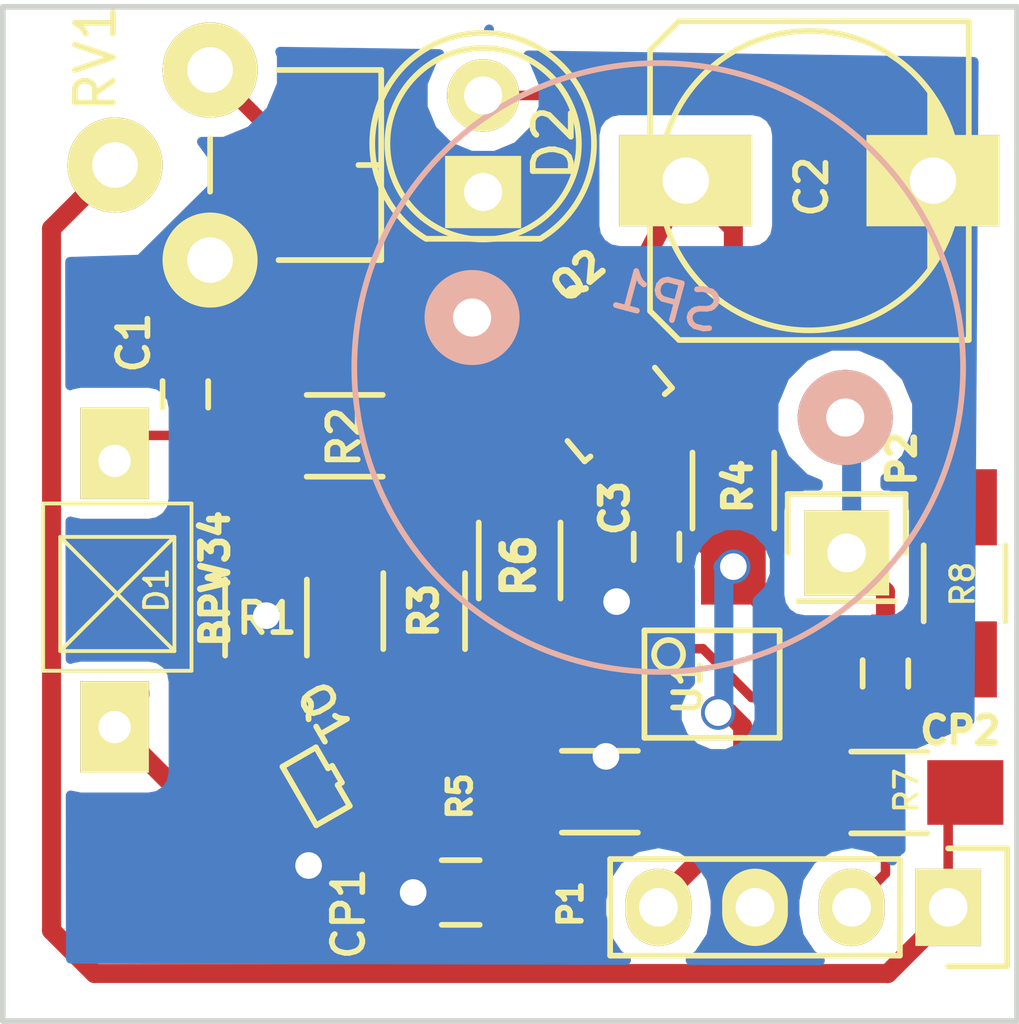
<source format=kicad_pcb>
(kicad_pcb (version 4) (host pcbnew 4.0.0-rc1-stable)

  (general
    (links 40)
    (no_connects 0)
    (area 163.754999 99.735 190.928334 143.705)
    (thickness 1.6)
    (drawings 4)
    (tracks 112)
    (zones 0)
    (modules 22)
    (nets 15)
  )

  (page A4)
  (layers
    (0 F.Cu signal)
    (31 B.Cu signal hide)
    (32 B.Adhes user hide)
    (33 F.Adhes user hide)
    (34 B.Paste user hide)
    (35 F.Paste user hide)
    (36 B.SilkS user hide)
    (37 F.SilkS user)
    (38 B.Mask user hide)
    (39 F.Mask user hide)
    (40 Dwgs.User user hide)
    (41 Cmts.User user hide)
    (42 Eco1.User user)
    (43 Eco2.User user)
    (44 Edge.Cuts user)
    (45 Margin user hide)
    (46 B.CrtYd user hide)
    (47 F.CrtYd user)
    (48 B.Fab user hide)
    (49 F.Fab user hide)
  )

  (setup
    (last_trace_width 0.25)
    (user_trace_width 0.5)
    (trace_clearance 0.2)
    (zone_clearance 0.508)
    (zone_45_only no)
    (trace_min 0.2)
    (segment_width 0.2)
    (edge_width 0.15)
    (via_size 0.6)
    (via_drill 0.4)
    (via_min_size 0.4)
    (via_min_drill 0.3)
    (uvia_size 0.3)
    (uvia_drill 0.1)
    (uvias_allowed no)
    (uvia_min_size 0.2)
    (uvia_min_drill 0.1)
    (pcb_text_width 0.3)
    (pcb_text_size 1.5 1.5)
    (mod_edge_width 0.15)
    (mod_text_size 1 1)
    (mod_text_width 0.15)
    (pad_size 3.50012 2.4003)
    (pad_drill 1.2192)
    (pad_to_mask_clearance 0.2)
    (aux_axis_origin 0 0)
    (visible_elements FFFFFFFF)
    (pcbplotparams
      (layerselection 0x010f0_80000001)
      (usegerberextensions false)
      (excludeedgelayer true)
      (linewidth 0.100000)
      (plotframeref false)
      (viasonmask false)
      (mode 1)
      (useauxorigin false)
      (hpglpennumber 1)
      (hpglpenspeed 20)
      (hpglpendiameter 15)
      (hpglpenoverlay 2)
      (psnegative false)
      (psa4output false)
      (plotreference true)
      (plotvalue true)
      (plotinvisibletext false)
      (padsonsilk false)
      (subtractmaskfromsilk false)
      (outputformat 1)
      (mirror false)
      (drillshape 0)
      (scaleselection 1)
      (outputdirectory out_april_4/))
  )

  (net 0 "")
  (net 1 GND)
  (net 2 "Net-(C1-Pad1)")
  (net 3 +9V)
  (net 4 "Net-(D1-Pad2)")
  (net 5 "Net-(D2-Pad2)")
  (net 6 /AMP2_FEEDBACK)
  (net 7 /AMP2_OUT)
  (net 8 /AMP1_FEEDBACK_SMOOTHING)
  (net 9 /OPTO_PWR_FILTER)
  (net 10 /AMP2_BIAS)
  (net 11 /FET_OUT)
  (net 12 /AMP1_OUT)
  (net 13 /AMP1_FEEDBACK)
  (net 14 "Net-(Q2-Pad2)")

  (net_class Default "This is the default net class."
    (clearance 0.2)
    (trace_width 0.25)
    (via_dia 0.6)
    (via_drill 0.4)
    (uvia_dia 0.3)
    (uvia_drill 0.1)
    (add_net /AMP1_FEEDBACK)
    (add_net /AMP1_FEEDBACK_SMOOTHING)
    (add_net /AMP1_OUT)
    (add_net /AMP2_BIAS)
    (add_net /AMP2_FEEDBACK)
    (add_net /FET_OUT)
    (add_net /OPTO_PWR_FILTER)
    (add_net "Net-(C1-Pad1)")
    (add_net "Net-(D1-Pad2)")
    (add_net "Net-(D2-Pad2)")
    (add_net "Net-(Q2-Pad2)")
  )

  (net_class power ""
    (clearance 0.1)
    (trace_width 0.4)
    (via_dia 0.9)
    (via_drill 0.7)
    (uvia_dia 0.3)
    (uvia_drill 0.1)
    (add_net +9V)
    (add_net /AMP2_OUT)
    (add_net GND)
  )

  (module TO_SOT_Packages_SMD:SOT-23_Handsoldering (layer F.Cu) (tedit 57035C98) (tstamp 561F6855)
    (at 179.86 124.79 220)
    (descr "SOT-23, Handsoldering")
    (tags SOT-23)
    (path /561CA869)
    (attr smd)
    (fp_text reference Q2 (at -1.508894 3.198381 400) (layer F.SilkS)
      (effects (font (size 0.7 0.7) (thickness 0.175)))
    )
    (fp_text value 2N3904 (at 2.15 -0.03 310) (layer F.Fab)
      (effects (font (size 0.8 1) (thickness 0.15)))
    )
    (fp_line (start -1.49982 0.0508) (end -1.49982 -0.65024) (layer F.SilkS) (width 0.15))
    (fp_line (start -1.49982 -0.65024) (end -1.2509 -0.65024) (layer F.SilkS) (width 0.15))
    (fp_line (start 1.29916 -0.65024) (end 1.49982 -0.65024) (layer F.SilkS) (width 0.15))
    (fp_line (start 1.49982 -0.65024) (end 1.49982 0.0508) (layer F.SilkS) (width 0.15))
    (pad 1 smd rect (at -0.95 1.50114 220) (size 0.8001 1.80086) (layers F.Cu F.Paste F.Mask)
      (net 9 /OPTO_PWR_FILTER))
    (pad 2 smd rect (at 0.95 1.50114 220) (size 0.8001 1.80086) (layers F.Cu F.Paste F.Mask)
      (net 14 "Net-(Q2-Pad2)"))
    (pad 3 smd rect (at 0 -1.50114 220) (size 0.8001 1.80086) (layers F.Cu F.Paste F.Mask)
      (net 3 +9V))
    (model TO_SOT_Packages_SMD.3dshapes/SOT-23_Handsoldering.wrl
      (at (xyz 0 0 0))
      (scale (xyz 1 1 1))
      (rotate (xyz 0 0 0))
    )
  )

  (module nmz787_kicad_libs:SSOP-8 (layer F.Cu) (tedit 565E9C56) (tstamp 561F689E)
    (at 182.48 133.11 270)
    (path /561CA59A)
    (attr smd)
    (fp_text reference U1 (at -0.92 0.64 270) (layer F.SilkS)
      (effects (font (size 0.7 0.7) (thickness 0.15)))
    )
    (fp_text value LM358 (at -1.04 0.82 270) (layer B.Fab)
      (effects (font (size 0.8 0.8) (thickness 0.15)) (justify mirror))
    )
    (fp_line (start -2.413 -1.778) (end 0.413 -1.778) (layer F.SilkS) (width 0.15))
    (fp_line (start 0.413 -1.778) (end 0.413 1.778) (layer F.SilkS) (width 0.15))
    (fp_line (start 0.413 1.778) (end -2.413 1.778) (layer F.SilkS) (width 0.15))
    (fp_line (start -2.413 1.778) (end -2.413 -1.778) (layer F.SilkS) (width 0.15))
    (fp_circle (center -1.778 1.143) (end -2.159 1.143) (layer F.SilkS) (width 0.15))
    (pad 1 smd rect (at -1.9304 2.794 270) (size 0.4318 1.397) (layers F.Cu F.Paste F.Mask)
      (net 12 /AMP1_OUT))
    (pad 2 smd rect (at -1.2954 2.794 270) (size 0.4318 1.397) (layers F.Cu F.Paste F.Mask)
      (net 13 /AMP1_FEEDBACK))
    (pad 3 smd rect (at -0.635 2.794 270) (size 0.4318 1.397) (layers F.Cu F.Paste F.Mask)
      (net 11 /FET_OUT))
    (pad 4 smd rect (at 0 2.794 270) (size 0.4318 1.397) (layers F.Cu F.Paste F.Mask)
      (net 1 GND))
    (pad 5 smd rect (at 0 -2.794 270) (size 0.4318 1.397) (layers F.Cu F.Paste F.Mask)
      (net 6 /AMP2_FEEDBACK))
    (pad 6 smd rect (at -0.6477 -2.794 270) (size 0.4318 1.397) (layers F.Cu F.Paste F.Mask)
      (net 12 /AMP1_OUT))
    (pad 7 smd rect (at -1.2954 -2.794 270) (size 0.4318 1.397) (layers F.Cu F.Paste F.Mask)
      (net 7 /AMP2_OUT))
    (pad 8 smd rect (at -1.9431 -2.794 270) (size 0.4318 1.397) (layers F.Cu F.Paste F.Mask)
      (net 3 +9V))
    (model SMD_Packages.3dshapes/SSOP-14.wrl
      (at (xyz 0 0 0))
      (scale (xyz 0.25 0.35 0.25))
      (rotate (xyz 0 0 0))
    )
  )

  (module Capacitors_SMD:C_0603_HandSoldering (layer F.Cu) (tedit 5620C6C8) (tstamp 561F6823)
    (at 187.04 131.83 90)
    (descr "Capacitor SMD 0603, hand soldering")
    (tags "capacitor 0603")
    (path /561CB5F4)
    (attr smd)
    (fp_text reference CP2 (at -1.5 1.97 180) (layer F.SilkS)
      (effects (font (size 0.7 0.7) (thickness 0.175)))
    )
    (fp_text value 10nF (at -1.44 1.96 180) (layer F.Fab)
      (effects (font (size 0.6 0.6) (thickness 0.15)))
    )
    (fp_line (start -1.85 -0.75) (end 1.85 -0.75) (layer F.CrtYd) (width 0.05))
    (fp_line (start -1.85 0.75) (end 1.85 0.75) (layer F.CrtYd) (width 0.05))
    (fp_line (start -1.85 -0.75) (end -1.85 0.75) (layer F.CrtYd) (width 0.05))
    (fp_line (start 1.85 -0.75) (end 1.85 0.75) (layer F.CrtYd) (width 0.05))
    (fp_line (start -0.35 -0.6) (end 0.35 -0.6) (layer F.SilkS) (width 0.15))
    (fp_line (start 0.35 0.6) (end -0.35 0.6) (layer F.SilkS) (width 0.15))
    (pad 1 smd rect (at -0.95 0 90) (size 1.2 0.75) (layers F.Cu F.Paste F.Mask)
      (net 6 /AMP2_FEEDBACK))
    (pad 2 smd rect (at 0.95 0 90) (size 1.2 0.75) (layers F.Cu F.Paste F.Mask)
      (net 7 /AMP2_OUT))
    (model Capacitors_SMD.3dshapes/C_0603_HandSoldering.wrl
      (at (xyz 0 0 0))
      (scale (xyz 1 1 1))
      (rotate (xyz 0 0 0))
    )
  )

  (module Capacitors_SMD:C_0805_HandSoldering (layer F.Cu) (tedit 56209CC6) (tstamp 561F6829)
    (at 175.87 137.59 180)
    (descr "Capacitor SMD 0805, hand soldering")
    (tags "capacitor 0805")
    (path /561CB438)
    (attr smd)
    (fp_text reference CP1 (at 2.95 -0.56 450) (layer F.SilkS)
      (effects (font (size 0.8 0.8) (thickness 0.15)))
    )
    (fp_text value 20nF (at 2.75 0 270) (layer F.Fab)
      (effects (font (size 0.6 0.6) (thickness 0.1)))
    )
    (fp_line (start -2.3 -1) (end 2.3 -1) (layer F.CrtYd) (width 0.05))
    (fp_line (start -2.3 1) (end 2.3 1) (layer F.CrtYd) (width 0.05))
    (fp_line (start -2.3 -1) (end -2.3 1) (layer F.CrtYd) (width 0.05))
    (fp_line (start 2.3 -1) (end 2.3 1) (layer F.CrtYd) (width 0.05))
    (fp_line (start 0.5 -0.85) (end -0.5 -0.85) (layer F.SilkS) (width 0.15))
    (fp_line (start -0.5 0.85) (end 0.5 0.85) (layer F.SilkS) (width 0.15))
    (pad 1 smd rect (at -1.25 0 180) (size 1.5 1.25) (layers F.Cu F.Paste F.Mask)
      (net 8 /AMP1_FEEDBACK_SMOOTHING))
    (pad 2 smd rect (at 1.25 0 180) (size 1.5 1.25) (layers F.Cu F.Paste F.Mask)
      (net 1 GND))
    (model Capacitors_SMD.3dshapes/C_0805_HandSoldering.wrl
      (at (xyz 0 0 0))
      (scale (xyz 1 1 1))
      (rotate (xyz 0 0 0))
    )
  )

  (module Capacitors_SMD:C_0603_HandSoldering (layer F.Cu) (tedit 562078AE) (tstamp 561F682F)
    (at 168.63 124.49 90)
    (descr "Capacitor SMD 0603, hand soldering")
    (tags "capacitor 0603")
    (path /561CA25D)
    (attr smd)
    (fp_text reference C1 (at 1.36 -1.36 90) (layer F.SilkS)
      (effects (font (size 0.8 0.8) (thickness 0.15)))
    )
    (fp_text value 100nF (at 2.51 -2.49 90) (layer F.Fab)
      (effects (font (size 0.8 0.8) (thickness 0.15)))
    )
    (fp_line (start -1.85 -0.75) (end 1.85 -0.75) (layer F.CrtYd) (width 0.05))
    (fp_line (start -1.85 0.75) (end 1.85 0.75) (layer F.CrtYd) (width 0.05))
    (fp_line (start -1.85 -0.75) (end -1.85 0.75) (layer F.CrtYd) (width 0.05))
    (fp_line (start 1.85 -0.75) (end 1.85 0.75) (layer F.CrtYd) (width 0.05))
    (fp_line (start -0.35 -0.6) (end 0.35 -0.6) (layer F.SilkS) (width 0.15))
    (fp_line (start 0.35 0.6) (end -0.35 0.6) (layer F.SilkS) (width 0.15))
    (pad 1 smd rect (at -0.95 0 90) (size 1.2 0.75) (layers F.Cu F.Paste F.Mask)
      (net 2 "Net-(C1-Pad1)"))
    (pad 2 smd rect (at 0.95 0 90) (size 1.2 0.75) (layers F.Cu F.Paste F.Mask)
      (net 1 GND))
    (model Capacitors_SMD.3dshapes/C_0603_HandSoldering.wrl
      (at (xyz 0 0 0))
      (scale (xyz 1 1 1))
      (rotate (xyz 0 0 0))
    )
  )

  (module Capacitors_SMD:c_elec_8x10 (layer F.Cu) (tedit 5620DC09) (tstamp 561F6835)
    (at 185.04 118.87 180)
    (descr "SMT capacitor, aluminium electrolytic, 8x10")
    (path /561CA9E6)
    (attr smd)
    (fp_text reference C2 (at -0.06 -0.16 270) (layer F.SilkS)
      (effects (font (size 0.8 0.8) (thickness 0.15)))
    )
    (fp_text value 100uF (at 1 2.5 180) (layer F.Fab)
      (effects (font (size 0.8 0.8) (thickness 0.15)))
    )
    (fp_line (start -5.35 -4.55) (end 5.35 -4.55) (layer F.CrtYd) (width 0.05))
    (fp_line (start 5.35 -4.55) (end 5.35 4.55) (layer F.CrtYd) (width 0.05))
    (fp_line (start 5.35 4.55) (end -5.35 4.55) (layer F.CrtYd) (width 0.05))
    (fp_line (start -5.35 4.55) (end -5.35 -4.55) (layer F.CrtYd) (width 0.05))
    (fp_line (start -3.81 -1.016) (end -3.81 1.016) (layer F.SilkS) (width 0.15))
    (fp_line (start -3.683 1.397) (end -3.683 -1.397) (layer F.SilkS) (width 0.15))
    (fp_line (start -3.556 -1.651) (end -3.556 1.651) (layer F.SilkS) (width 0.15))
    (fp_line (start -3.429 1.905) (end -3.429 -1.905) (layer F.SilkS) (width 0.15))
    (fp_line (start -3.302 2.032) (end -3.302 -2.032) (layer F.SilkS) (width 0.15))
    (fp_line (start -3.175 -2.286) (end -3.175 2.286) (layer F.SilkS) (width 0.15))
    (fp_line (start -4.191 -4.191) (end -4.191 4.191) (layer F.SilkS) (width 0.15))
    (fp_line (start -4.191 4.191) (end 3.429 4.191) (layer F.SilkS) (width 0.15))
    (fp_line (start 3.429 4.191) (end 4.191 3.429) (layer F.SilkS) (width 0.15))
    (fp_line (start 4.191 3.429) (end 4.191 -3.429) (layer F.SilkS) (width 0.15))
    (fp_line (start 4.191 -3.429) (end 3.429 -4.191) (layer F.SilkS) (width 0.15))
    (fp_line (start 3.429 -4.191) (end -4.191 -4.191) (layer F.SilkS) (width 0.15))
    (fp_line (start 3.683 0) (end 2.921 0) (layer F.SilkS) (width 0.15))
    (fp_line (start 3.302 -0.381) (end 3.302 0.381) (layer F.SilkS) (width 0.15))
    (fp_circle (center 0 0) (end 3.937 0) (layer F.SilkS) (width 0.15))
    (pad 1 thru_hole rect (at 3.2512 0 180) (size 3.50012 2.4003) (drill 1.2192) (layers *.Cu *.Mask F.SilkS)
      (net 9 /OPTO_PWR_FILTER))
    (pad 2 thru_hole rect (at -3.2512 0 180) (size 3.50012 2.4003) (drill 1.2192) (layers *.Cu *.Mask F.SilkS)
      (net 1 GND))
    (model Capacitors_SMD.3dshapes/c_elec_8x10.wrl
      (at (xyz 0 0 0))
      (scale (xyz 1 1 1))
      (rotate (xyz 0 0 0))
    )
  )

  (module Capacitors_SMD:C_0603_HandSoldering (layer F.Cu) (tedit 5620C5CF) (tstamp 561F683B)
    (at 181.02 128.5 270)
    (descr "Capacitor SMD 0603, hand soldering")
    (tags "capacitor 0603")
    (path /561CAA86)
    (attr smd)
    (fp_text reference C3 (at -1.02 1.1 270) (layer F.SilkS)
      (effects (font (size 0.7 0.7) (thickness 0.175)))
    )
    (fp_text value 100nF (at -0.6 1.03 270) (layer F.Fab)
      (effects (font (size 0.6 0.6) (thickness 0.15)))
    )
    (fp_line (start -1.85 -0.75) (end 1.85 -0.75) (layer F.CrtYd) (width 0.05))
    (fp_line (start -1.85 0.75) (end 1.85 0.75) (layer F.CrtYd) (width 0.05))
    (fp_line (start -1.85 -0.75) (end -1.85 0.75) (layer F.CrtYd) (width 0.05))
    (fp_line (start 1.85 -0.75) (end 1.85 0.75) (layer F.CrtYd) (width 0.05))
    (fp_line (start -0.35 -0.6) (end 0.35 -0.6) (layer F.SilkS) (width 0.15))
    (fp_line (start 0.35 0.6) (end -0.35 0.6) (layer F.SilkS) (width 0.15))
    (pad 1 smd rect (at -0.95 0 270) (size 1.2 0.75) (layers F.Cu F.Paste F.Mask)
      (net 3 +9V))
    (pad 2 smd rect (at 0.95 0 270) (size 1.2 0.75) (layers F.Cu F.Paste F.Mask)
      (net 1 GND))
    (model Capacitors_SMD.3dshapes/C_0603_HandSoldering.wrl
      (at (xyz 0 0 0))
      (scale (xyz 1 1 1))
      (rotate (xyz 0 0 0))
    )
  )

  (module nmz787_kicad_libs:BPW34SMD-onpad-via (layer F.Cu) (tedit 5620C753) (tstamp 561F6841)
    (at 166.84 129.74 270)
    (tags "pin photodiode BPW34")
    (path /561CA303)
    (fp_text reference D1 (at -0.1 -1.03 450) (layer F.SilkS)
      (effects (font (size 0.6 0.6) (thickness 0.1)))
    )
    (fp_text value BPW34 (at -0.4 -2.57 270) (layer F.SilkS)
      (effects (font (size 0.7 0.7) (thickness 0.175)))
    )
    (fp_line (start -2.37998 -1.95072) (end 2.0193 -1.95072) (layer F.SilkS) (width 0.1))
    (fp_line (start 2.0193 -1.95072) (end 2.0193 1.95072) (layer F.SilkS) (width 0.1))
    (fp_line (start 2.0193 1.95072) (end -2.37998 1.95072) (layer F.SilkS) (width 0.1))
    (fp_line (start -2.38 1.95072) (end -2.38 -1.95072) (layer F.SilkS) (width 0.1))
    (fp_line (start -1.50114 1.50114) (end 1.50114 -1.50114) (layer F.SilkS) (width 0.1))
    (fp_line (start -1.50114 -1.50114) (end 1.50114 1.50114) (layer F.SilkS) (width 0.1))
    (fp_line (start -1.50114 -1.50114) (end 1.50114 -1.50114) (layer F.SilkS) (width 0.1))
    (fp_line (start 1.50114 -1.50114) (end 1.50114 1.50114) (layer F.SilkS) (width 0.1))
    (fp_line (start 1.50114 1.50114) (end -1.50114 1.50114) (layer F.SilkS) (width 0.1))
    (fp_line (start -1.50114 1.50114) (end -1.50114 -1.50114) (layer F.SilkS) (width 0.1))
    (pad 1 thru_hole rect (at -3.5 0.07112 270) (size 2.40086 1.80086) (drill 0.85 (offset -0.2 0)) (layers *.Cu *.Mask F.SilkS)
      (net 2 "Net-(C1-Pad1)"))
    (pad 2 thru_hole rect (at 3.5 0.07112 270) (size 2.40086 1.80086) (drill 0.85) (layers *.Cu *.Mask F.SilkS)
      (net 4 "Net-(D1-Pad2)"))
  )

  (module LEDs:LED-5MM (layer F.Cu) (tedit 5620A0F9) (tstamp 561F6847)
    (at 176.46 119.17 90)
    (descr "LED 5mm round vertical")
    (tags "LED 5mm round vertical")
    (path /561CB7D4)
    (fp_text reference D2 (at 1.29 1.85 90) (layer F.SilkS)
      (effects (font (size 1 1) (thickness 0.15)))
    )
    (fp_text value LED (at 1.49 -1.92 90) (layer F.Fab)
      (effects (font (size 1 1) (thickness 0.15)))
    )
    (fp_line (start -1.5 -1.55) (end -1.5 1.55) (layer F.CrtYd) (width 0.05))
    (fp_arc (start 1.3 0) (end -1.5 1.55) (angle -302) (layer F.CrtYd) (width 0.05))
    (fp_arc (start 1.27 0) (end -1.23 -1.5) (angle 297.5) (layer F.SilkS) (width 0.15))
    (fp_line (start -1.23 1.5) (end -1.23 -1.5) (layer F.SilkS) (width 0.15))
    (fp_circle (center 1.27 0) (end 0.97 -2.5) (layer F.SilkS) (width 0.15))
    (fp_text user "" (at -1.905 1.905 90) (layer F.SilkS)
      (effects (font (size 1 1) (thickness 0.15)))
    )
    (pad 1 thru_hole rect (at 0 0 180) (size 2 1.9) (drill 1.00076) (layers *.Cu *.Mask F.SilkS)
      (net 1 GND))
    (pad 2 thru_hole circle (at 2.54 0 90) (size 1.9 1.9) (drill 1.00076) (layers *.Cu *.Mask F.SilkS)
      (net 5 "Net-(D2-Pad2)"))
    (model LEDs.3dshapes/LED-5MM.wrl
      (at (xyz 0.05 0 0))
      (scale (xyz 1 1 1))
      (rotate (xyz 0 0 90))
    )
  )

  (module Resistors_SMD:R_1206_HandSoldering (layer F.Cu) (tedit 5620C322) (tstamp 561F685B)
    (at 170.75 130.36 90)
    (descr "Resistor SMD 1206, hand soldering")
    (tags "resistor 1206")
    (path /561CA435)
    (attr smd)
    (fp_text reference R1 (at -0.02 0.02 180) (layer F.SilkS)
      (effects (font (size 0.8 0.8) (thickness 0.15)))
    )
    (fp_text value 10M (at 0.02 0.03 180) (layer F.Fab)
      (effects (font (size 0.6 0.6) (thickness 0.15)))
    )
    (fp_line (start -3.3 -1.2) (end 3.3 -1.2) (layer F.CrtYd) (width 0.05))
    (fp_line (start -3.3 1.2) (end 3.3 1.2) (layer F.CrtYd) (width 0.05))
    (fp_line (start -3.3 -1.2) (end -3.3 1.2) (layer F.CrtYd) (width 0.05))
    (fp_line (start 3.3 -1.2) (end 3.3 1.2) (layer F.CrtYd) (width 0.05))
    (fp_line (start 1 1.075) (end -1 1.075) (layer F.SilkS) (width 0.15))
    (fp_line (start -1 -1.075) (end 1 -1.075) (layer F.SilkS) (width 0.15))
    (pad 1 smd rect (at -2 0 90) (size 2 1.7) (layers F.Cu F.Paste F.Mask)
      (net 4 "Net-(D1-Pad2)"))
    (pad 2 smd rect (at 2 0 90) (size 2 1.7) (layers F.Cu F.Paste F.Mask)
      (net 1 GND))
    (model Resistors_SMD.3dshapes/R_1206_HandSoldering.wrl
      (at (xyz 0 0 0))
      (scale (xyz 1 1 1))
      (rotate (xyz 0 0 0))
    )
  )

  (module Resistors_SMD:R_1206_HandSoldering (layer F.Cu) (tedit 562099E4) (tstamp 561F6861)
    (at 172.82 125.58 180)
    (descr "Resistor SMD 1206, hand soldering")
    (tags "resistor 1206")
    (path /561CA2AC)
    (attr smd)
    (fp_text reference R2 (at 0.02 -0.03 270) (layer F.SilkS)
      (effects (font (size 0.8 0.8) (thickness 0.15)))
    )
    (fp_text value 1.5M (at -0.01 0.07 270) (layer F.Fab)
      (effects (font (size 0.6 0.6) (thickness 0.15)))
    )
    (fp_line (start -3.3 -1.2) (end 3.3 -1.2) (layer F.CrtYd) (width 0.05))
    (fp_line (start -3.3 1.2) (end 3.3 1.2) (layer F.CrtYd) (width 0.05))
    (fp_line (start -3.3 -1.2) (end -3.3 1.2) (layer F.CrtYd) (width 0.05))
    (fp_line (start 3.3 -1.2) (end 3.3 1.2) (layer F.CrtYd) (width 0.05))
    (fp_line (start 1 1.075) (end -1 1.075) (layer F.SilkS) (width 0.15))
    (fp_line (start -1 -1.075) (end 1 -1.075) (layer F.SilkS) (width 0.15))
    (pad 1 smd rect (at -2 0 180) (size 2 1.7) (layers F.Cu F.Paste F.Mask)
      (net 14 "Net-(Q2-Pad2)"))
    (pad 2 smd rect (at 2 0 180) (size 2 1.7) (layers F.Cu F.Paste F.Mask)
      (net 2 "Net-(C1-Pad1)"))
    (model Resistors_SMD.3dshapes/R_1206_HandSoldering.wrl
      (at (xyz 0 0 0))
      (scale (xyz 1 1 1))
      (rotate (xyz 0 0 0))
    )
  )

  (module Resistors_SMD:R_1206_HandSoldering (layer F.Cu) (tedit 5620C5BD) (tstamp 561F6867)
    (at 174.91 130.19 270)
    (descr "Resistor SMD 1206, hand soldering")
    (tags "resistor 1206")
    (path /561CA2D1)
    (attr smd)
    (fp_text reference R3 (at -0.01 0.01 450) (layer F.SilkS)
      (effects (font (size 0.7 0.7) (thickness 0.175)))
    )
    (fp_text value 56k (at 0.04 -0.02 360) (layer F.Fab)
      (effects (font (size 0.6 0.6) (thickness 0.15)))
    )
    (fp_line (start -3.3 -1.2) (end 3.3 -1.2) (layer F.CrtYd) (width 0.05))
    (fp_line (start -3.3 1.2) (end 3.3 1.2) (layer F.CrtYd) (width 0.05))
    (fp_line (start -3.3 -1.2) (end -3.3 1.2) (layer F.CrtYd) (width 0.05))
    (fp_line (start 3.3 -1.2) (end 3.3 1.2) (layer F.CrtYd) (width 0.05))
    (fp_line (start 1 1.075) (end -1 1.075) (layer F.SilkS) (width 0.15))
    (fp_line (start -1 -1.075) (end 1 -1.075) (layer F.SilkS) (width 0.15))
    (pad 1 smd rect (at -2 0 270) (size 2 1.7) (layers F.Cu F.Paste F.Mask)
      (net 14 "Net-(Q2-Pad2)"))
    (pad 2 smd rect (at 2 0 270) (size 2 1.7) (layers F.Cu F.Paste F.Mask)
      (net 11 /FET_OUT))
    (model Resistors_SMD.3dshapes/R_1206_HandSoldering.wrl
      (at (xyz 0 0 0))
      (scale (xyz 1 1 1))
      (rotate (xyz 0 0 0))
    )
  )

  (module Resistors_SMD:R_1206_HandSoldering (layer F.Cu) (tedit 5620C5DE) (tstamp 561F686D)
    (at 183.04 127.02 90)
    (descr "Resistor SMD 1206, hand soldering")
    (tags "resistor 1206")
    (path /561CA9B5)
    (attr smd)
    (fp_text reference R4 (at 0.11 0.12 270) (layer F.SilkS)
      (effects (font (size 0.7 0.7) (thickness 0.175)))
    )
    (fp_text value 150k (at -0.1 0.1 180) (layer F.Fab)
      (effects (font (size 0.6 0.6) (thickness 0.15)))
    )
    (fp_line (start -3.3 -1.2) (end 3.3 -1.2) (layer F.CrtYd) (width 0.05))
    (fp_line (start -3.3 1.2) (end 3.3 1.2) (layer F.CrtYd) (width 0.05))
    (fp_line (start -3.3 -1.2) (end -3.3 1.2) (layer F.CrtYd) (width 0.05))
    (fp_line (start 3.3 -1.2) (end 3.3 1.2) (layer F.CrtYd) (width 0.05))
    (fp_line (start 1 1.075) (end -1 1.075) (layer F.SilkS) (width 0.15))
    (fp_line (start -1 -1.075) (end 1 -1.075) (layer F.SilkS) (width 0.15))
    (pad 1 smd rect (at -2 0 90) (size 2 1.7) (layers F.Cu F.Paste F.Mask)
      (net 3 +9V))
    (pad 2 smd rect (at 2 0 90) (size 2 1.7) (layers F.Cu F.Paste F.Mask)
      (net 9 /OPTO_PWR_FILTER))
    (model Resistors_SMD.3dshapes/R_1206_HandSoldering.wrl
      (at (xyz 0 0 0))
      (scale (xyz 1 1 1))
      (rotate (xyz 0 0 0))
    )
  )

  (module Resistors_SMD:R_1206_HandSoldering (layer F.Cu) (tedit 5620C38B) (tstamp 561F6873)
    (at 179.53 134.94)
    (descr "Resistor SMD 1206, hand soldering")
    (tags "resistor 1206")
    (path /561CB3DF)
    (attr smd)
    (fp_text reference R5 (at -3.68 0.12 90) (layer F.SilkS)
      (effects (font (size 0.6 0.6) (thickness 0.15)))
    )
    (fp_text value 1k (at -0.65 2.05 180) (layer F.Fab)
      (effects (font (size 0.8 0.8) (thickness 0.15)))
    )
    (fp_line (start -3.3 -1.2) (end 3.3 -1.2) (layer F.CrtYd) (width 0.05))
    (fp_line (start -3.3 1.2) (end 3.3 1.2) (layer F.CrtYd) (width 0.05))
    (fp_line (start -3.3 -1.2) (end -3.3 1.2) (layer F.CrtYd) (width 0.05))
    (fp_line (start 3.3 -1.2) (end 3.3 1.2) (layer F.CrtYd) (width 0.05))
    (fp_line (start 1 1.075) (end -1 1.075) (layer F.SilkS) (width 0.15))
    (fp_line (start -1 -1.075) (end 1 -1.075) (layer F.SilkS) (width 0.15))
    (pad 1 smd rect (at -2 0) (size 2 1.7) (layers F.Cu F.Paste F.Mask)
      (net 8 /AMP1_FEEDBACK_SMOOTHING))
    (pad 2 smd rect (at 2 0) (size 2 1.7) (layers F.Cu F.Paste F.Mask)
      (net 13 /AMP1_FEEDBACK))
    (model Resistors_SMD.3dshapes/R_1206_HandSoldering.wrl
      (at (xyz 0 0 0))
      (scale (xyz 1 1 1))
      (rotate (xyz 0 0 0))
    )
  )

  (module Resistors_SMD:R_1206_HandSoldering (layer F.Cu) (tedit 5620C5B1) (tstamp 561F6879)
    (at 177.42 128.86 270)
    (descr "Resistor SMD 1206, hand soldering")
    (tags "resistor 1206")
    (path /561CAE2D)
    (attr smd)
    (fp_text reference R6 (at 0.14 0.02 450) (layer F.SilkS)
      (effects (font (size 0.8 0.8) (thickness 0.2)))
    )
    (fp_text value 1.5M (at 0.1 0 360) (layer F.Fab)
      (effects (font (size 0.6 0.6) (thickness 0.15)))
    )
    (fp_line (start -3.3 -1.2) (end 3.3 -1.2) (layer F.CrtYd) (width 0.05))
    (fp_line (start -3.3 1.2) (end 3.3 1.2) (layer F.CrtYd) (width 0.05))
    (fp_line (start -3.3 -1.2) (end -3.3 1.2) (layer F.CrtYd) (width 0.05))
    (fp_line (start 3.3 -1.2) (end 3.3 1.2) (layer F.CrtYd) (width 0.05))
    (fp_line (start 1 1.075) (end -1 1.075) (layer F.SilkS) (width 0.15))
    (fp_line (start -1 -1.075) (end 1 -1.075) (layer F.SilkS) (width 0.15))
    (pad 1 smd rect (at -2 0 270) (size 2 1.7) (layers F.Cu F.Paste F.Mask)
      (net 12 /AMP1_OUT))
    (pad 2 smd rect (at 2 0 270) (size 2 1.7) (layers F.Cu F.Paste F.Mask)
      (net 13 /AMP1_FEEDBACK))
    (model Resistors_SMD.3dshapes/R_1206_HandSoldering.wrl
      (at (xyz 0 0 0))
      (scale (xyz 1 1 1))
      (rotate (xyz 0 0 0))
    )
  )

  (module Resistors_SMD:R_1206_HandSoldering (layer F.Cu) (tedit 56209C7B) (tstamp 561F687F)
    (at 187.14 134.96)
    (descr "Resistor SMD 1206, hand soldering")
    (tags "resistor 1206")
    (path /561CBA6D)
    (attr smd)
    (fp_text reference R7 (at 0.45 -0.05 270) (layer F.SilkS)
      (effects (font (size 0.6 0.6) (thickness 0.1)))
    )
    (fp_text value 1k (at 0 -0.5) (layer F.Fab)
      (effects (font (size 0.6 0.6) (thickness 0.1)))
    )
    (fp_line (start -3.3 -1.2) (end 3.3 -1.2) (layer F.CrtYd) (width 0.05))
    (fp_line (start -3.3 1.2) (end 3.3 1.2) (layer F.CrtYd) (width 0.05))
    (fp_line (start -3.3 -1.2) (end -3.3 1.2) (layer F.CrtYd) (width 0.05))
    (fp_line (start 3.3 -1.2) (end 3.3 1.2) (layer F.CrtYd) (width 0.05))
    (fp_line (start 1 1.075) (end -1 1.075) (layer F.SilkS) (width 0.15))
    (fp_line (start -1 -1.075) (end 1 -1.075) (layer F.SilkS) (width 0.15))
    (pad 1 smd rect (at -2 0) (size 2 1.7) (layers F.Cu F.Paste F.Mask)
      (net 6 /AMP2_FEEDBACK))
    (pad 2 smd rect (at 2 0) (size 2 1.7) (layers F.Cu F.Paste F.Mask)
      (net 10 /AMP2_BIAS))
    (model Resistors_SMD.3dshapes/R_1206_HandSoldering.wrl
      (at (xyz 0 0 0))
      (scale (xyz 1 1 1))
      (rotate (xyz 0 0 0))
    )
  )

  (module Resistors_SMD:R_1206_HandSoldering (layer F.Cu) (tedit 56209C96) (tstamp 561F6885)
    (at 189.12 129.46 90)
    (descr "Resistor SMD 1206, hand soldering")
    (tags "resistor 1206")
    (path /561CB730)
    (attr smd)
    (fp_text reference R8 (at -0.02 -0.05 90) (layer F.SilkS)
      (effects (font (size 0.6 0.6) (thickness 0.1)))
    )
    (fp_text value 1k (at 0 -0.4 90) (layer F.Fab)
      (effects (font (size 0.8 0.8) (thickness 0.15)))
    )
    (fp_line (start -3.3 -1.2) (end 3.3 -1.2) (layer F.CrtYd) (width 0.05))
    (fp_line (start -3.3 1.2) (end 3.3 1.2) (layer F.CrtYd) (width 0.05))
    (fp_line (start -3.3 -1.2) (end -3.3 1.2) (layer F.CrtYd) (width 0.05))
    (fp_line (start 3.3 -1.2) (end 3.3 1.2) (layer F.CrtYd) (width 0.05))
    (fp_line (start 1 1.075) (end -1 1.075) (layer F.SilkS) (width 0.15))
    (fp_line (start -1 -1.075) (end 1 -1.075) (layer F.SilkS) (width 0.15))
    (pad 1 smd rect (at -2 0 90) (size 2 1.7) (layers F.Cu F.Paste F.Mask)
      (net 7 /AMP2_OUT))
    (pad 2 smd rect (at 2 0 90) (size 2 1.7) (layers F.Cu F.Paste F.Mask)
      (net 5 "Net-(D2-Pad2)"))
    (model Resistors_SMD.3dshapes/R_1206_HandSoldering.wrl
      (at (xyz 0 0 0))
      (scale (xyz 1 1 1))
      (rotate (xyz 0 0 0))
    )
  )

  (module Potentiometers:Potentiometer_VishaySpectrol-Econtrim-Type36k (layer F.Cu) (tedit 5446FD75) (tstamp 561F688C)
    (at 169.27936 120.95936 90)
    (descr "Potentiometer, Trimmer, Spectrol Type 36k, Econtrim, Rev A, 02 Aug 2010,")
    (tags "Potentiometer, Trimmer, Spectrol Type 36k, Econtrim, Rev A, 02 Aug 2010,")
    (path /561CBB4C)
    (fp_text reference RV1 (at 5.30936 -3.00936 90) (layer F.SilkS)
      (effects (font (size 1 1) (thickness 0.15)))
    )
    (fp_text value POT (at 2.25936 1.83064 90) (layer F.Fab)
      (effects (font (size 1 1) (thickness 0.15)))
    )
    (fp_line (start 2.49936 4.50088) (end 2.49936 3.90144) (layer F.SilkS) (width 0.15))
    (fp_line (start 0 4.50088) (end 4.99872 4.50088) (layer F.SilkS) (width 0.15))
    (fp_line (start 1.79832 0) (end 3.2004 0) (layer F.SilkS) (width 0.15))
    (fp_line (start 0 1.80086) (end 0 4.50088) (layer F.SilkS) (width 0.15))
    (fp_line (start 4.99872 4.50088) (end 4.99872 1.80086) (layer F.SilkS) (width 0.15))
    (pad 2 thru_hole circle (at 2.49936 -2.49936 90) (size 2.49936 2.49936) (drill 1.19888) (layers *.Cu *.Mask F.SilkS)
      (net 10 /AMP2_BIAS))
    (pad 3 thru_hole circle (at 4.99872 0 90) (size 2.49936 2.49936) (drill 1.19888) (layers *.Cu *.Mask F.SilkS)
      (net 3 +9V))
    (pad 1 thru_hole circle (at 0 0 90) (size 2.49936 2.49936) (drill 1.19888) (layers *.Cu *.Mask F.SilkS)
      (net 1 GND))
  )

  (module Buzzers_Beepers:BUZZER (layer B.Cu) (tedit 0) (tstamp 561F6892)
    (at 181.076903 123.784801 165)
    (path /561CB76F)
    (fp_text reference SP1 (at 0.24892 1.75006 165) (layer B.SilkS)
      (effects (font (size 1 1) (thickness 0.15)) (justify mirror))
    )
    (fp_text value SPEAKER (at 0 -1.50114 165) (layer B.Fab)
      (effects (font (size 1 1) (thickness 0.15)) (justify mirror))
    )
    (fp_circle (center 0 0) (end 8.001 -0.24892) (layer B.SilkS) (width 0.15))
    (pad 2 thru_hole circle (at 5.08 0 165) (size 2.49936 2.49936) (drill 1.00076) (layers *.Cu *.Mask B.SilkS)
      (net 1 GND))
    (pad 1 thru_hole circle (at -5.08 0 165) (size 2.49936 2.49936) (drill 1.00076) (layers *.Cu *.Mask B.SilkS)
      (net 7 /AMP2_OUT))
  )

  (module Pin_Headers:Pin_Header_Straight_1x01 (layer F.Cu) (tedit 5620C5F5) (tstamp 562080C9)
    (at 186.02 128.66)
    (descr "Through hole pin header")
    (tags "pin header")
    (path /56207B34)
    (fp_text reference P2 (at 1.45 -2.48 90) (layer F.SilkS)
      (effects (font (size 0.7 0.7) (thickness 0.175)))
    )
    (fp_text value CONN_01X01 (at -0.2 -27.8) (layer F.Fab)
      (effects (font (size 1 1) (thickness 0.15)))
    )
    (fp_line (start 1.55 -1.55) (end 1.55 0) (layer F.SilkS) (width 0.15))
    (fp_line (start -1.75 -1.75) (end -1.75 1.75) (layer F.CrtYd) (width 0.05))
    (fp_line (start 1.75 -1.75) (end 1.75 1.75) (layer F.CrtYd) (width 0.05))
    (fp_line (start -1.75 -1.75) (end 1.75 -1.75) (layer F.CrtYd) (width 0.05))
    (fp_line (start -1.75 1.75) (end 1.75 1.75) (layer F.CrtYd) (width 0.05))
    (fp_line (start -1.55 0) (end -1.55 -1.55) (layer F.SilkS) (width 0.15))
    (fp_line (start -1.55 -1.55) (end 1.55 -1.55) (layer F.SilkS) (width 0.15))
    (fp_line (start -1.27 1.27) (end 1.27 1.27) (layer F.SilkS) (width 0.15))
    (pad 1 thru_hole rect (at 0 0) (size 2.2352 2.2352) (drill 1.016) (layers *.Cu *.Mask F.SilkS)
      (net 7 /AMP2_OUT))
    (model Pin_Headers.3dshapes/Pin_Header_Straight_1x01.wrl
      (at (xyz 0 0 0))
      (scale (xyz 1 1 1))
      (rotate (xyz 0 0 90))
    )
  )

  (module Pin_Headers:Pin_Header_Straight_1x04 (layer F.Cu) (tedit 5620C312) (tstamp 5620AC2D)
    (at 188.69 137.98 270)
    (descr "Through hole pin header")
    (tags "pin header")
    (path /5620ABB5)
    (fp_text reference P1 (at -0.09 9.93 450) (layer F.SilkS)
      (effects (font (size 0.6 0.6) (thickness 0.15)))
    )
    (fp_text value CONN_01X04 (at 4.75 5.56 360) (layer F.Fab)
      (effects (font (size 1 1) (thickness 0.15)))
    )
    (fp_line (start -1.75 -1.75) (end -1.75 9.4) (layer F.CrtYd) (width 0.05))
    (fp_line (start 1.75 -1.75) (end 1.75 9.4) (layer F.CrtYd) (width 0.05))
    (fp_line (start -1.75 -1.75) (end 1.75 -1.75) (layer F.CrtYd) (width 0.05))
    (fp_line (start -1.75 9.4) (end 1.75 9.4) (layer F.CrtYd) (width 0.05))
    (fp_line (start -1.27 1.27) (end -1.27 8.89) (layer F.SilkS) (width 0.15))
    (fp_line (start 1.27 1.27) (end 1.27 8.89) (layer F.SilkS) (width 0.15))
    (fp_line (start 1.55 -1.55) (end 1.55 0) (layer F.SilkS) (width 0.15))
    (fp_line (start -1.27 8.89) (end 1.27 8.89) (layer F.SilkS) (width 0.15))
    (fp_line (start 1.27 1.27) (end -1.27 1.27) (layer F.SilkS) (width 0.15))
    (fp_line (start -1.55 0) (end -1.55 -1.55) (layer F.SilkS) (width 0.15))
    (fp_line (start -1.55 -1.55) (end 1.55 -1.55) (layer F.SilkS) (width 0.15))
    (pad 1 thru_hole rect (at 0 0 270) (size 2.032 1.7272) (drill 1.016) (layers *.Cu *.Mask F.SilkS)
      (net 10 /AMP2_BIAS))
    (pad 2 thru_hole oval (at 0 2.54 270) (size 2.032 1.7272) (drill 1.016) (layers *.Cu *.Mask F.SilkS)
      (net 6 /AMP2_FEEDBACK))
    (pad 3 thru_hole oval (at 0 5.08 270) (size 2.032 1.7272) (drill 1.016) (layers *.Cu *.Mask F.SilkS)
      (net 1 GND))
    (pad 4 thru_hole oval (at 0 7.62 270) (size 2.032 1.7272) (drill 1.016) (layers *.Cu *.Mask F.SilkS)
      (net 3 +9V))
    (model Pin_Headers.3dshapes/Pin_Header_Straight_1x04.wrl
      (at (xyz 0 -0.15 0))
      (scale (xyz 1 1 1))
      (rotate (xyz 0 0 90))
    )
  )

  (module nmz787_kicad_libs:2SK3018 (layer F.Cu) (tedit 565E98C5) (tstamp 561F684E)
    (at 172.067809 134.798144 120)
    (tags "SMD SOT")
    (path /561CA3EE)
    (attr smd)
    (fp_text reference Q1 (at 1.55 1.15 300) (layer F.SilkS)
      (effects (font (size 0.8 0.8) (thickness 0.15)))
    )
    (fp_text value 2N7000 (at 3.47 -0.22 120) (layer F.Fab)
      (effects (font (size 0.8 0.8) (thickness 0.15)))
    )
    (fp_line (start 0.254 0.508) (end 0.889 0.508) (layer F.SilkS) (width 0.15))
    (fp_line (start 0.889 0.508) (end 0.889 -0.508) (layer F.SilkS) (width 0.15))
    (fp_line (start -0.889 -0.508) (end -0.889 0.508) (layer F.SilkS) (width 0.15))
    (fp_line (start -0.889 0.508) (end -0.254 0.508) (layer F.SilkS) (width 0.15))
    (fp_line (start 0.254 0.635) (end 0.254 0.508) (layer F.SilkS) (width 0.15))
    (fp_line (start -0.254 0.508) (end -0.254 0.635) (layer F.SilkS) (width 0.15))
    (fp_line (start 0.889 -0.508) (end -0.889 -0.508) (layer F.SilkS) (width 0.15))
    (fp_line (start -0.254 0.635) (end 0.254 0.635) (layer F.SilkS) (width 0.15))
    (pad 1 smd rect (at -0.65024 -0.94996 120) (size 0.59944 1.00076) (layers F.Cu F.Paste F.Mask)
      (net 1 GND))
    (pad 2 smd rect (at 0.65024 -0.94996 120) (size 0.59944 1.00076) (layers F.Cu F.Paste F.Mask)
      (net 4 "Net-(D1-Pad2)"))
    (pad 3 smd rect (at 0 0.94996 120) (size 0.59944 1.00076) (layers F.Cu F.Paste F.Mask)
      (net 11 /FET_OUT))
    (model TO_SOT_Packages_SMD.3dshapes/SOT-323.wrl
      (at (xyz 0 0 0.001))
      (scale (xyz 0.3937 0.3937 0.3937))
      (rotate (xyz 0 0 0))
    )
  )

  (gr_line (start 190.5 140.97) (end 163.83 140.97) (layer Edge.Cuts) (width 0.15))
  (gr_line (start 190.5 114.3) (end 190.5 140.97) (layer Edge.Cuts) (width 0.15))
  (gr_line (start 163.83 114.3) (end 190.5 114.3) (layer Edge.Cuts) (width 0.15))
  (gr_line (start 163.83 140.97) (end 163.83 114.3) (layer Edge.Cuts) (width 0.15))

  (segment (start 176.61 114.9) (end 176.62 114.89) (width 0.25) (layer B.Cu) (net 0))
  (segment (start 179.686 133.11) (end 179.686 134.006) (width 0.4) (layer F.Cu) (net 1))
  (segment (start 179.686 134.006) (end 179.69 134.01) (width 0.4) (layer F.Cu) (net 1))
  (via (at 179.69 134.01) (size 0.9) (drill 0.7) (layers F.Cu B.Cu) (net 1))
  (segment (start 170.75 128.36) (end 170.75 130.3) (width 0.5) (layer F.Cu) (net 1))
  (segment (start 170.75 130.3) (end 170.76 130.31) (width 0.5) (layer F.Cu) (net 1))
  (via (at 170.76 130.31) (size 0.9) (drill 0.7) (layers F.Cu B.Cu) (net 1))
  (segment (start 171.57024 135.836248) (end 171.57024 136.58024) (width 0.5) (layer F.Cu) (net 1))
  (segment (start 171.57024 136.58024) (end 171.87 136.88) (width 0.5) (layer F.Cu) (net 1))
  (via (at 171.87 136.88) (size 0.9) (drill 0.7) (layers F.Cu B.Cu) (net 1))
  (via (at 174.62 137.59) (size 0.9) (drill 0.7) (layers F.Cu B.Cu) (net 1))
  (segment (start 181.02 129.58) (end 179.97 129.69) (width 0.4) (layer F.Cu) (net 1) (status 10))
  (segment (start 179.97 129.69) (end 179.97 129.94) (width 0.4) (layer F.Cu) (net 1))
  (via (at 179.97 129.94) (size 0.9) (drill 0.7) (layers F.Cu B.Cu) (net 1))
  (segment (start 181.02 129.45) (end 181.02 129.58) (width 0.4) (layer F.Cu) (net 1) (status 30))
  (segment (start 181.02 129.45) (end 181.03 129.45) (width 0.4) (layer F.Cu) (net 1) (status 30))
  (segment (start 168.63 123.54) (end 168.63 121.60872) (width 0.4) (layer F.Cu) (net 1))
  (segment (start 168.63 121.60872) (end 169.27936 120.95936) (width 0.4) (layer F.Cu) (net 1))
  (segment (start 168.63 125.44) (end 170.68 125.44) (width 0.25) (layer F.Cu) (net 2))
  (segment (start 170.68 125.44) (end 170.82 125.58) (width 0.25) (layer F.Cu) (net 2))
  (segment (start 166.65888 125.57) (end 168.5 125.57) (width 0.25) (layer F.Cu) (net 2))
  (segment (start 168.5 125.57) (end 168.63 125.44) (width 0.25) (layer F.Cu) (net 2))
  (segment (start 181.02 127.55) (end 181.02 126.135026) (width 0.4) (layer F.Cu) (net 3))
  (segment (start 181.02 126.135026) (end 180.824914 125.93994) (width 0.4) (layer F.Cu) (net 3) (tstamp 57035439))
  (segment (start 176.937848 120.870319) (end 177.240319 120.870319) (width 0.4) (layer F.Cu) (net 3))
  (segment (start 174.189039 120.870319) (end 176.937848 120.870319) (width 0.4) (layer F.Cu) (net 3))
  (segment (start 169.27936 115.96064) (end 174.189039 120.870319) (width 0.4) (layer F.Cu) (net 3))
  (segment (start 178.14 122.79) (end 181.02 126.13) (width 0.4) (layer F.Cu) (net 3) (tstamp 570353E2))
  (segment (start 178.14 121.77) (end 178.14 122.79) (width 0.4) (layer F.Cu) (net 3) (tstamp 570353E1))
  (segment (start 177.240319 120.870319) (end 178.14 121.77) (width 0.4) (layer F.Cu) (net 3) (tstamp 570353E0))
  (segment (start 185.274 131.1669) (end 184.7269 131.1669) (width 0.5) (layer F.Cu) (net 3))
  (segment (start 184.7269 131.1669) (end 183.04 129.02) (width 0.5) (layer F.Cu) (net 3) (tstamp 570342C3) (status 20))
  (segment (start 180.91 127.33) (end 183.04 129.02) (width 0.5) (layer F.Cu) (net 3) (status 10))
  (segment (start 182.79 132.83) (end 182.79 129.05) (width 0.5) (layer B.Cu) (net 3))
  (segment (start 182.79 129.05) (end 182.77 129.03) (width 0.5) (layer B.Cu) (net 3))
  (segment (start 183.284124 133.224124) (end 182.92 132.86) (width 0.5) (layer F.Cu) (net 3))
  (segment (start 182.92 132.86) (end 182.64 132.86) (width 0.5) (layer F.Cu) (net 3))
  (via (at 182.64 132.86) (size 0.9) (drill 0.7) (layers F.Cu B.Cu) (net 3))
  (segment (start 183.106 136.464) (end 183.284124 136.285876) (width 0.5) (layer F.Cu) (net 3))
  (segment (start 183.284124 136.285876) (end 183.284124 133.224124) (width 0.5) (layer F.Cu) (net 3))
  (segment (start 181.07 137.8276) (end 182.4336 136.464) (width 0.5) (layer F.Cu) (net 3))
  (segment (start 182.4336 136.464) (end 183.106 136.464) (width 0.5) (layer F.Cu) (net 3))
  (segment (start 181.07 137.98) (end 181.07 137.8276) (width 0.4) (layer F.Cu) (net 3))
  (via (at 183.04 129.02) (size 0.9) (drill 0.7) (layers F.Cu B.Cu) (net 3) (status 30))
  (segment (start 183.04 129.02) (end 183.04 128.87) (width 0.4) (layer F.Cu) (net 3) (status 30))
  (segment (start 170.92 134.71) (end 170.92 132.53) (width 0.5) (layer F.Cu) (net 4))
  (segment (start 170.92 132.53) (end 170.75 132.36) (width 0.5) (layer F.Cu) (net 4))
  (segment (start 170.92 134.71) (end 168.23888 134.71) (width 0.5) (layer F.Cu) (net 4))
  (segment (start 168.23888 134.71) (end 166.76888 133.24) (width 0.5) (layer F.Cu) (net 4))
  (segment (start 166.76888 133.24) (end 166.84 133.24) (width 0.5) (layer F.Cu) (net 4))
  (segment (start 167.55888 132.32) (end 167.55888 132.39888) (width 0.25) (layer F.Cu) (net 4))
  (segment (start 185.04 117.51) (end 184.16 116.63) (width 0.25) (layer F.Cu) (net 5))
  (segment (start 184.16 116.63) (end 176.46 116.63) (width 0.25) (layer F.Cu) (net 5))
  (segment (start 185.04 120.64) (end 185.04 117.51) (width 0.25) (layer F.Cu) (net 5))
  (segment (start 189.12 124.72) (end 185.04 120.64) (width 0.25) (layer F.Cu) (net 5))
  (segment (start 189.12 127.46) (end 189.12 124.72) (width 0.25) (layer F.Cu) (net 5))
  (segment (start 185.14 134.96) (end 185.14 133.244) (width 0.25) (layer F.Cu) (net 6))
  (segment (start 185.14 133.244) (end 185.274 133.11) (width 0.25) (layer F.Cu) (net 6))
  (segment (start 187.04 132.78) (end 187.04 137.09) (width 0.25) (layer F.Cu) (net 6))
  (segment (start 187.04 137.09) (end 186.15 137.98) (width 0.25) (layer F.Cu) (net 6))
  (segment (start 185.274 133.11) (end 186.71 133.11) (width 0.25) (layer F.Cu) (net 6))
  (segment (start 186.71 133.11) (end 187.04 132.78) (width 0.25) (layer F.Cu) (net 6))
  (segment (start 187.046399 131.093601) (end 186.33 131.81) (width 0.4) (layer F.Cu) (net 7))
  (segment (start 186.33 131.81) (end 185.280399 131.81) (width 0.4) (layer F.Cu) (net 7))
  (segment (start 187.04 130.88) (end 187.04 131.08) (width 0.5) (layer F.Cu) (net 7))
  (segment (start 187.04 130.88) (end 187.04 129.68) (width 0.5) (layer F.Cu) (net 7))
  (segment (start 187.04 129.68) (end 186.02 128.66) (width 0.5) (layer F.Cu) (net 7))
  (segment (start 187.04 130.88) (end 188.54 130.88) (width 0.5) (layer F.Cu) (net 7))
  (segment (start 188.54 130.88) (end 189.12 131.46) (width 0.25) (layer F.Cu) (net 7))
  (segment (start 186.15 128.64) (end 186.15 125.115796) (width 0.5) (layer B.Cu) (net 7))
  (segment (start 186.17 125.105796) (end 186.133806 125.069602) (width 0.25) (layer B.Cu) (net 7))
  (segment (start 185.52 128.66) (end 186.02 128.66) (width 0.25) (layer F.Cu) (net 7))
  (segment (start 188.82 131.76) (end 189.12 131.46) (width 0.25) (layer F.Cu) (net 7))
  (segment (start 177.12 137.59) (end 177.12 135.35) (width 0.25) (layer F.Cu) (net 8))
  (segment (start 177.12 135.35) (end 177.53 134.94) (width 0.25) (layer F.Cu) (net 8))
  (segment (start 183.04 125.02) (end 183.04 120.1212) (width 0.5) (layer F.Cu) (net 9))
  (segment (start 183.04 120.1212) (end 181.7888 118.87) (width 0.5) (layer F.Cu) (net 9) (tstamp 570353D9))
  (segment (start 179.622828 123.029412) (end 180.56 121.22) (width 0.5) (layer F.Cu) (net 9))
  (segment (start 180.56 121.22) (end 181.7888 118.87) (width 0.5) (layer F.Cu) (net 9) (tstamp 570353CC))
  (segment (start 165.11 138.59) (end 165.11 120.13) (width 0.5) (layer F.Cu) (net 10))
  (segment (start 165.11 120.13) (end 166.78 118.46) (width 0.5) (layer F.Cu) (net 10))
  (segment (start 166.24 139.72) (end 165.11 138.59) (width 0.5) (layer F.Cu) (net 10))
  (segment (start 187.1024 139.72) (end 166.24 139.72) (width 0.5) (layer F.Cu) (net 10))
  (segment (start 188.69 137.98) (end 188.69 138.1324) (width 0.5) (layer F.Cu) (net 10))
  (segment (start 188.69 138.1324) (end 187.1024 139.72) (width 0.5) (layer F.Cu) (net 10))
  (segment (start 188.84 137.95) (end 188.133348 137.95) (width 0.25) (layer B.Cu) (net 10))
  (segment (start 188.69 137.98) (end 188.69 135.41) (width 0.25) (layer F.Cu) (net 10))
  (segment (start 188.69 135.41) (end 189.14 134.96) (width 0.25) (layer F.Cu) (net 10))
  (segment (start 172.890498 134.323164) (end 172.890498 134.209502) (width 0.5) (layer F.Cu) (net 11))
  (segment (start 172.890498 134.209502) (end 174.91 132.19) (width 0.5) (layer F.Cu) (net 11))
  (segment (start 174.29 132.19) (end 174.91 132.19) (width 0.25) (layer F.Cu) (net 11))
  (segment (start 175.735 132.475) (end 179.686 132.475) (width 0.25) (layer F.Cu) (net 11))
  (segment (start 175.45 132.19) (end 175.735 132.475) (width 0.25) (layer F.Cu) (net 11))
  (segment (start 174.91 132.19) (end 175.45 132.19) (width 0.25) (layer F.Cu) (net 11))
  (segment (start 179.686 131.1796) (end 179.3396 131.1796) (width 0.25) (layer F.Cu) (net 12))
  (segment (start 177.42 127.01) (end 177.42 126.86) (width 0.25) (layer F.Cu) (net 12))
  (segment (start 179.3396 131.1796) (end 178.82 130.66) (width 0.25) (layer F.Cu) (net 12))
  (segment (start 178.82 130.66) (end 178.82 128.41) (width 0.25) (layer F.Cu) (net 12))
  (segment (start 178.82 128.41) (end 177.42 127.01) (width 0.25) (layer F.Cu) (net 12))
  (segment (start 185.274 132.4623) (end 183.5223 132.4623) (width 0.25) (layer F.Cu) (net 12))
  (segment (start 182.2396 131.1796) (end 179.686 131.1796) (width 0.25) (layer F.Cu) (net 12) (tstamp 562079E3))
  (segment (start 183.5223 132.4623) (end 182.2396 131.1796) (width 0.25) (layer F.Cu) (net 12) (tstamp 562079DC))
  (segment (start 181.53 134.94) (end 181.53 132.7101) (width 0.25) (layer F.Cu) (net 13))
  (segment (start 181.53 132.7101) (end 180.6345 131.8146) (width 0.25) (layer F.Cu) (net 13))
  (segment (start 180.6345 131.8146) (end 179.686 131.8146) (width 0.25) (layer F.Cu) (net 13))
  (segment (start 179.686 131.8146) (end 178.3746 131.8146) (width 0.25) (layer F.Cu) (net 13))
  (segment (start 178.3746 131.8146) (end 177.42 130.86) (width 0.25) (layer F.Cu) (net 13))
  (segment (start 178.167344 124.250708) (end 176.82 124.79) (width 0.5) (layer F.Cu) (net 14))
  (segment (start 176.82 124.79) (end 174.82 125.58) (width 0.5) (layer F.Cu) (net 14) (tstamp 570353EC))
  (segment (start 174.82 125.58) (end 175.06 125.58) (width 0.25) (layer F.Cu) (net 14))
  (segment (start 174.82 125.58) (end 174.82 128.1) (width 0.25) (layer F.Cu) (net 14))
  (segment (start 174.82 128.1) (end 174.91 128.19) (width 0.25) (layer F.Cu) (net 14))

  (zone (net 1) (net_name GND) (layer B.Cu) (tstamp 0) (hatch edge 0.508)
    (connect_pads yes (clearance 0.508))
    (min_thickness 0.254)
    (fill yes (arc_segments 16) (thermal_gap 0.508) (thermal_bridge_width 0.508))
    (polygon
      (pts
        (xy 187.59 139.51) (xy 187.58 139.53) (xy 187.579928 139.509977) (xy 187.59 139.51)
      )
    )
  )
  (zone (net 1) (net_name GND) (layer B.Cu) (tstamp 5620CC46) (hatch edge 0.508)
    (connect_pads yes (clearance 0.508))
    (min_thickness 0.254)
    (fill yes (arc_segments 16) (thermal_gap 0.508) (thermal_bridge_width 0.508))
    (polygon
      (pts
        (xy 165.49 139.46) (xy 165.47 120.88) (xy 167.38 120.82) (xy 169.29 118.93) (xy 169.23 118.29)
        (xy 168.85 117.77) (xy 166.85 115.29) (xy 189.49 115.62) (xy 189.38 133.15) (xy 187.56 133.94)
        (xy 187.579928 139.509977) (xy 165.49 139.46)
      )
    )
    (filled_polygon
      (pts
        (xy 175.308117 115.540299) (xy 175.117086 115.730997) (xy 174.875276 116.313341) (xy 174.874725 116.943893) (xy 175.115519 117.526657)
        (xy 175.560997 117.972914) (xy 176.143341 118.214724) (xy 176.773893 118.215275) (xy 177.356657 117.974481) (xy 177.66182 117.66985)
        (xy 179.3913 117.66985) (xy 179.3913 120.07015) (xy 179.435578 120.305467) (xy 179.57465 120.521591) (xy 179.78685 120.666581)
        (xy 180.03874 120.71759) (xy 183.53886 120.71759) (xy 183.774177 120.673312) (xy 183.990301 120.53424) (xy 184.135291 120.32204)
        (xy 184.1863 120.07015) (xy 184.1863 117.66985) (xy 184.142022 117.434533) (xy 184.00295 117.218409) (xy 183.79075 117.073419)
        (xy 183.53886 117.02241) (xy 180.03874 117.02241) (xy 179.803423 117.066688) (xy 179.587299 117.20576) (xy 179.442309 117.41796)
        (xy 179.3913 117.66985) (xy 177.66182 117.66985) (xy 177.802914 117.529003) (xy 178.044724 116.946659) (xy 178.045275 116.316107)
        (xy 177.804481 115.733343) (xy 177.645788 115.574373) (xy 189.362213 115.745151) (xy 189.253522 133.066452) (xy 187.509432 133.823502)
        (xy 187.468092 133.852354) (xy 187.441233 133.895017) (xy 187.433001 133.940454) (xy 187.442004 136.456768) (xy 187.374959 136.49991)
        (xy 187.229969 136.71211) (xy 187.2216 136.753439) (xy 187.20967 136.735585) (xy 186.723489 136.410729) (xy 186.15 136.296655)
        (xy 185.576511 136.410729) (xy 185.09033 136.735585) (xy 184.765474 137.221766) (xy 184.6514 137.795255) (xy 184.6514 138.164745)
        (xy 184.765474 138.738234) (xy 185.09033 139.224415) (xy 185.319982 139.377863) (xy 181.911559 139.370152) (xy 182.12967 139.224415)
        (xy 182.454526 138.738234) (xy 182.5686 138.164745) (xy 182.5686 137.795255) (xy 182.454526 137.221766) (xy 182.12967 136.735585)
        (xy 181.643489 136.410729) (xy 181.07 136.296655) (xy 180.496511 136.410729) (xy 180.01033 136.735585) (xy 179.685474 137.221766)
        (xy 179.5714 137.795255) (xy 179.5714 138.164745) (xy 179.685474 138.738234) (xy 180.01033 139.224415) (xy 180.222722 139.366331)
        (xy 165.616864 139.333286) (xy 165.612236 135.033907) (xy 165.61656 135.036861) (xy 165.86845 135.08787) (xy 167.66931 135.08787)
        (xy 167.904627 135.043592) (xy 168.120751 134.90452) (xy 168.265741 134.69232) (xy 168.31675 134.44043) (xy 168.31675 133.074873)
        (xy 181.554812 133.074873) (xy 181.719646 133.4738) (xy 182.024595 133.779282) (xy 182.423233 133.944811) (xy 182.854873 133.945188)
        (xy 183.2538 133.780354) (xy 183.559282 133.475405) (xy 183.724811 133.076767) (xy 183.725188 132.645127) (xy 183.675 132.523663)
        (xy 183.675 129.919191) (xy 183.959282 129.635405) (xy 184.124811 129.236767) (xy 184.125188 128.805127) (xy 183.960354 128.4062)
        (xy 183.655405 128.100718) (xy 183.256767 127.935189) (xy 182.825127 127.934812) (xy 182.4262 128.099646) (xy 182.120718 128.404595)
        (xy 182.082574 128.496455) (xy 181.952367 128.691326) (xy 181.884999 129.03) (xy 181.905 129.130549) (xy 181.905 132.060635)
        (xy 181.720718 132.244595) (xy 181.555189 132.643233) (xy 181.554812 133.074873) (xy 168.31675 133.074873) (xy 168.31675 132.03957)
        (xy 168.272472 131.804253) (xy 168.1334 131.588129) (xy 167.9212 131.443139) (xy 167.66931 131.39213) (xy 165.86845 131.39213)
        (xy 165.633133 131.436408) (xy 165.608381 131.452336) (xy 165.60448 127.828607) (xy 165.61656 127.836861) (xy 165.86845 127.88787)
        (xy 167.66931 127.88787) (xy 167.904627 127.843592) (xy 168.120751 127.70452) (xy 168.265741 127.49232) (xy 168.31675 127.24043)
        (xy 168.31675 125.472843) (xy 184.0988 125.472843) (xy 184.38512 126.165793) (xy 184.914827 126.696424) (xy 185.265 126.841829)
        (xy 185.265 126.89496) (xy 184.9024 126.89496) (xy 184.667083 126.939238) (xy 184.450959 127.07831) (xy 184.305969 127.29051)
        (xy 184.25496 127.5424) (xy 184.25496 129.7776) (xy 184.299238 130.012917) (xy 184.43831 130.229041) (xy 184.65051 130.374031)
        (xy 184.9024 130.42504) (xy 187.1376 130.42504) (xy 187.372917 130.380762) (xy 187.589041 130.24169) (xy 187.734031 130.02949)
        (xy 187.78504 129.7776) (xy 187.78504 127.5424) (xy 187.740762 127.307083) (xy 187.60169 127.090959) (xy 187.38949 126.945969)
        (xy 187.1376 126.89496) (xy 187.035 126.89496) (xy 187.035 126.704485) (xy 187.049997 126.698288) (xy 187.580628 126.168581)
        (xy 187.868158 125.476133) (xy 187.868812 124.726361) (xy 187.582492 124.033411) (xy 187.052785 123.50278) (xy 186.360337 123.21525)
        (xy 185.610565 123.214596) (xy 184.917615 123.500916) (xy 184.386984 124.030623) (xy 184.099454 124.723071) (xy 184.0988 125.472843)
        (xy 168.31675 125.472843) (xy 168.31675 124.83957) (xy 168.272472 124.604253) (xy 168.1334 124.388129) (xy 167.9212 124.243139)
        (xy 167.66931 124.19213) (xy 165.86845 124.19213) (xy 165.633133 124.236408) (xy 165.600636 124.257319) (xy 165.597133 121.003069)
        (xy 167.383988 120.946937) (xy 167.433059 120.935385) (xy 167.469329 120.910274) (xy 169.379329 119.020274) (xy 169.407412 118.978408)
        (xy 169.416446 118.918146) (xy 169.356446 118.278146) (xy 169.332539 118.215068) (xy 169.0622 117.845131) (xy 169.652601 117.845646)
        (xy 170.345551 117.559326) (xy 170.876182 117.029619) (xy 171.163712 116.337171) (xy 171.164366 115.587399) (xy 171.119679 115.479249)
      )
    )
  )
)

</source>
